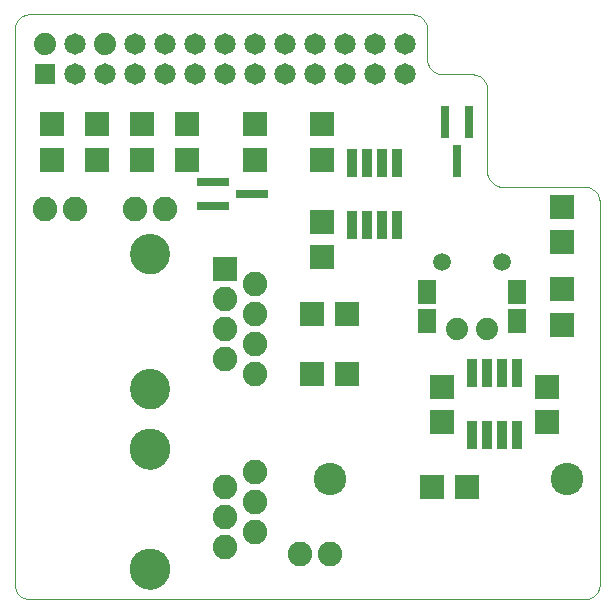
<source format=gbs>
G75*
G70*
%OFA0B0*%
%FSLAX24Y24*%
%IPPOS*%
%LPD*%
%AMOC8*
5,1,8,0,0,1.08239X$1,22.5*
%
%ADD10C,0.0000*%
%ADD11R,0.0714X0.0714*%
%ADD12C,0.0740*%
%ADD13C,0.0714*%
%ADD14R,0.0320X0.0950*%
%ADD15R,0.0789X0.0790*%
%ADD16R,0.0790X0.0789*%
%ADD17C,0.1080*%
%ADD18R,0.0300X0.1100*%
%ADD19R,0.0631X0.0789*%
%ADD20C,0.0820*%
%ADD21R,0.0820X0.0820*%
%ADD22C,0.1340*%
%ADD23C,0.1360*%
%ADD24R,0.1100X0.0300*%
%ADD25C,0.0596*%
D10*
X002680Y002680D02*
X021180Y002680D01*
X021224Y002682D01*
X021267Y002688D01*
X021309Y002697D01*
X021351Y002710D01*
X021391Y002727D01*
X021430Y002747D01*
X021467Y002770D01*
X021501Y002797D01*
X021534Y002826D01*
X021563Y002859D01*
X021590Y002893D01*
X021613Y002930D01*
X021633Y002969D01*
X021650Y003009D01*
X021663Y003051D01*
X021672Y003093D01*
X021678Y003136D01*
X021680Y003180D01*
X021680Y015930D01*
X021678Y015974D01*
X021672Y016017D01*
X021663Y016059D01*
X021650Y016101D01*
X021633Y016141D01*
X021613Y016180D01*
X021590Y016217D01*
X021563Y016251D01*
X021534Y016284D01*
X021501Y016313D01*
X021467Y016340D01*
X021430Y016363D01*
X021391Y016383D01*
X021351Y016400D01*
X021309Y016413D01*
X021267Y016422D01*
X021224Y016428D01*
X021180Y016430D01*
X018430Y016430D01*
X018386Y016432D01*
X018343Y016438D01*
X018301Y016447D01*
X018259Y016460D01*
X018219Y016477D01*
X018180Y016497D01*
X018143Y016520D01*
X018109Y016547D01*
X018076Y016576D01*
X018047Y016609D01*
X018020Y016643D01*
X017997Y016680D01*
X017977Y016719D01*
X017960Y016759D01*
X017947Y016801D01*
X017938Y016843D01*
X017932Y016886D01*
X017930Y016930D01*
X017930Y019680D01*
X017928Y019724D01*
X017922Y019767D01*
X017913Y019809D01*
X017900Y019851D01*
X017883Y019891D01*
X017863Y019930D01*
X017840Y019967D01*
X017813Y020001D01*
X017784Y020034D01*
X017751Y020063D01*
X017717Y020090D01*
X017680Y020113D01*
X017641Y020133D01*
X017601Y020150D01*
X017559Y020163D01*
X017517Y020172D01*
X017474Y020178D01*
X017430Y020180D01*
X016430Y020180D01*
X016386Y020182D01*
X016343Y020188D01*
X016301Y020197D01*
X016259Y020210D01*
X016219Y020227D01*
X016180Y020247D01*
X016143Y020270D01*
X016109Y020297D01*
X016076Y020326D01*
X016047Y020359D01*
X016020Y020393D01*
X015997Y020430D01*
X015977Y020469D01*
X015960Y020509D01*
X015947Y020551D01*
X015938Y020593D01*
X015932Y020636D01*
X015930Y020680D01*
X015930Y021680D01*
X015928Y021724D01*
X015922Y021767D01*
X015913Y021809D01*
X015900Y021851D01*
X015883Y021891D01*
X015863Y021930D01*
X015840Y021967D01*
X015813Y022001D01*
X015784Y022034D01*
X015751Y022063D01*
X015717Y022090D01*
X015680Y022113D01*
X015641Y022133D01*
X015601Y022150D01*
X015559Y022163D01*
X015517Y022172D01*
X015474Y022178D01*
X015430Y022180D01*
X002680Y022180D01*
X002636Y022178D01*
X002593Y022172D01*
X002551Y022163D01*
X002509Y022150D01*
X002469Y022133D01*
X002430Y022113D01*
X002393Y022090D01*
X002359Y022063D01*
X002326Y022034D01*
X002297Y022001D01*
X002270Y021967D01*
X002247Y021930D01*
X002227Y021891D01*
X002210Y021851D01*
X002197Y021809D01*
X002188Y021767D01*
X002182Y021724D01*
X002180Y021680D01*
X002180Y003180D01*
X002182Y003136D01*
X002188Y003093D01*
X002197Y003051D01*
X002210Y003009D01*
X002227Y002969D01*
X002247Y002930D01*
X002270Y002893D01*
X002297Y002859D01*
X002326Y002826D01*
X002359Y002797D01*
X002393Y002770D01*
X002430Y002747D01*
X002469Y002727D01*
X002509Y002710D01*
X002551Y002697D01*
X002593Y002688D01*
X002636Y002682D01*
X002680Y002680D01*
X006040Y003680D02*
X006042Y003730D01*
X006048Y003780D01*
X006058Y003829D01*
X006071Y003878D01*
X006089Y003925D01*
X006110Y003971D01*
X006134Y004014D01*
X006162Y004056D01*
X006193Y004096D01*
X006227Y004133D01*
X006264Y004167D01*
X006304Y004198D01*
X006346Y004226D01*
X006389Y004250D01*
X006435Y004271D01*
X006482Y004289D01*
X006531Y004302D01*
X006580Y004312D01*
X006630Y004318D01*
X006680Y004320D01*
X006730Y004318D01*
X006780Y004312D01*
X006829Y004302D01*
X006878Y004289D01*
X006925Y004271D01*
X006971Y004250D01*
X007014Y004226D01*
X007056Y004198D01*
X007096Y004167D01*
X007133Y004133D01*
X007167Y004096D01*
X007198Y004056D01*
X007226Y004014D01*
X007250Y003971D01*
X007271Y003925D01*
X007289Y003878D01*
X007302Y003829D01*
X007312Y003780D01*
X007318Y003730D01*
X007320Y003680D01*
X007318Y003630D01*
X007312Y003580D01*
X007302Y003531D01*
X007289Y003482D01*
X007271Y003435D01*
X007250Y003389D01*
X007226Y003346D01*
X007198Y003304D01*
X007167Y003264D01*
X007133Y003227D01*
X007096Y003193D01*
X007056Y003162D01*
X007014Y003134D01*
X006971Y003110D01*
X006925Y003089D01*
X006878Y003071D01*
X006829Y003058D01*
X006780Y003048D01*
X006730Y003042D01*
X006680Y003040D01*
X006630Y003042D01*
X006580Y003048D01*
X006531Y003058D01*
X006482Y003071D01*
X006435Y003089D01*
X006389Y003110D01*
X006346Y003134D01*
X006304Y003162D01*
X006264Y003193D01*
X006227Y003227D01*
X006193Y003264D01*
X006162Y003304D01*
X006134Y003346D01*
X006110Y003389D01*
X006089Y003435D01*
X006071Y003482D01*
X006058Y003531D01*
X006048Y003580D01*
X006042Y003630D01*
X006040Y003680D01*
X006040Y007680D02*
X006042Y007730D01*
X006048Y007780D01*
X006058Y007829D01*
X006071Y007878D01*
X006089Y007925D01*
X006110Y007971D01*
X006134Y008014D01*
X006162Y008056D01*
X006193Y008096D01*
X006227Y008133D01*
X006264Y008167D01*
X006304Y008198D01*
X006346Y008226D01*
X006389Y008250D01*
X006435Y008271D01*
X006482Y008289D01*
X006531Y008302D01*
X006580Y008312D01*
X006630Y008318D01*
X006680Y008320D01*
X006730Y008318D01*
X006780Y008312D01*
X006829Y008302D01*
X006878Y008289D01*
X006925Y008271D01*
X006971Y008250D01*
X007014Y008226D01*
X007056Y008198D01*
X007096Y008167D01*
X007133Y008133D01*
X007167Y008096D01*
X007198Y008056D01*
X007226Y008014D01*
X007250Y007971D01*
X007271Y007925D01*
X007289Y007878D01*
X007302Y007829D01*
X007312Y007780D01*
X007318Y007730D01*
X007320Y007680D01*
X007318Y007630D01*
X007312Y007580D01*
X007302Y007531D01*
X007289Y007482D01*
X007271Y007435D01*
X007250Y007389D01*
X007226Y007346D01*
X007198Y007304D01*
X007167Y007264D01*
X007133Y007227D01*
X007096Y007193D01*
X007056Y007162D01*
X007014Y007134D01*
X006971Y007110D01*
X006925Y007089D01*
X006878Y007071D01*
X006829Y007058D01*
X006780Y007048D01*
X006730Y007042D01*
X006680Y007040D01*
X006630Y007042D01*
X006580Y007048D01*
X006531Y007058D01*
X006482Y007071D01*
X006435Y007089D01*
X006389Y007110D01*
X006346Y007134D01*
X006304Y007162D01*
X006264Y007193D01*
X006227Y007227D01*
X006193Y007264D01*
X006162Y007304D01*
X006134Y007346D01*
X006110Y007389D01*
X006089Y007435D01*
X006071Y007482D01*
X006058Y007531D01*
X006048Y007580D01*
X006042Y007630D01*
X006040Y007680D01*
X006050Y009680D02*
X006052Y009730D01*
X006058Y009780D01*
X006068Y009829D01*
X006082Y009877D01*
X006099Y009924D01*
X006120Y009969D01*
X006145Y010013D01*
X006173Y010054D01*
X006205Y010093D01*
X006239Y010130D01*
X006276Y010164D01*
X006316Y010194D01*
X006358Y010221D01*
X006402Y010245D01*
X006448Y010266D01*
X006495Y010282D01*
X006543Y010295D01*
X006593Y010304D01*
X006642Y010309D01*
X006693Y010310D01*
X006743Y010307D01*
X006792Y010300D01*
X006841Y010289D01*
X006889Y010274D01*
X006935Y010256D01*
X006980Y010234D01*
X007023Y010208D01*
X007064Y010179D01*
X007103Y010147D01*
X007139Y010112D01*
X007171Y010074D01*
X007201Y010034D01*
X007228Y009991D01*
X007251Y009947D01*
X007270Y009901D01*
X007286Y009853D01*
X007298Y009804D01*
X007306Y009755D01*
X007310Y009705D01*
X007310Y009655D01*
X007306Y009605D01*
X007298Y009556D01*
X007286Y009507D01*
X007270Y009459D01*
X007251Y009413D01*
X007228Y009369D01*
X007201Y009326D01*
X007171Y009286D01*
X007139Y009248D01*
X007103Y009213D01*
X007064Y009181D01*
X007023Y009152D01*
X006980Y009126D01*
X006935Y009104D01*
X006889Y009086D01*
X006841Y009071D01*
X006792Y009060D01*
X006743Y009053D01*
X006693Y009050D01*
X006642Y009051D01*
X006593Y009056D01*
X006543Y009065D01*
X006495Y009078D01*
X006448Y009094D01*
X006402Y009115D01*
X006358Y009139D01*
X006316Y009166D01*
X006276Y009196D01*
X006239Y009230D01*
X006205Y009267D01*
X006173Y009306D01*
X006145Y009347D01*
X006120Y009391D01*
X006099Y009436D01*
X006082Y009483D01*
X006068Y009531D01*
X006058Y009580D01*
X006052Y009630D01*
X006050Y009680D01*
X006050Y014180D02*
X006052Y014230D01*
X006058Y014280D01*
X006068Y014329D01*
X006082Y014377D01*
X006099Y014424D01*
X006120Y014469D01*
X006145Y014513D01*
X006173Y014554D01*
X006205Y014593D01*
X006239Y014630D01*
X006276Y014664D01*
X006316Y014694D01*
X006358Y014721D01*
X006402Y014745D01*
X006448Y014766D01*
X006495Y014782D01*
X006543Y014795D01*
X006593Y014804D01*
X006642Y014809D01*
X006693Y014810D01*
X006743Y014807D01*
X006792Y014800D01*
X006841Y014789D01*
X006889Y014774D01*
X006935Y014756D01*
X006980Y014734D01*
X007023Y014708D01*
X007064Y014679D01*
X007103Y014647D01*
X007139Y014612D01*
X007171Y014574D01*
X007201Y014534D01*
X007228Y014491D01*
X007251Y014447D01*
X007270Y014401D01*
X007286Y014353D01*
X007298Y014304D01*
X007306Y014255D01*
X007310Y014205D01*
X007310Y014155D01*
X007306Y014105D01*
X007298Y014056D01*
X007286Y014007D01*
X007270Y013959D01*
X007251Y013913D01*
X007228Y013869D01*
X007201Y013826D01*
X007171Y013786D01*
X007139Y013748D01*
X007103Y013713D01*
X007064Y013681D01*
X007023Y013652D01*
X006980Y013626D01*
X006935Y013604D01*
X006889Y013586D01*
X006841Y013571D01*
X006792Y013560D01*
X006743Y013553D01*
X006693Y013550D01*
X006642Y013551D01*
X006593Y013556D01*
X006543Y013565D01*
X006495Y013578D01*
X006448Y013594D01*
X006402Y013615D01*
X006358Y013639D01*
X006316Y013666D01*
X006276Y013696D01*
X006239Y013730D01*
X006205Y013767D01*
X006173Y013806D01*
X006145Y013847D01*
X006120Y013891D01*
X006099Y013936D01*
X006082Y013983D01*
X006068Y014031D01*
X006058Y014080D01*
X006052Y014130D01*
X006050Y014180D01*
D11*
X003180Y020180D03*
D12*
X003180Y021180D03*
X005180Y021180D03*
X016930Y011680D03*
X017930Y011680D03*
D13*
X015180Y020180D03*
X015180Y021180D03*
X014180Y021180D03*
X014180Y020180D03*
X013180Y020180D03*
X013180Y021180D03*
X012180Y021180D03*
X012180Y020180D03*
X011180Y020180D03*
X011180Y021180D03*
X010180Y021180D03*
X010180Y020180D03*
X009180Y020180D03*
X009180Y021180D03*
X008180Y021180D03*
X008180Y020180D03*
X007180Y020180D03*
X007180Y021180D03*
X006180Y021180D03*
X006180Y020180D03*
X005180Y020180D03*
X004180Y020180D03*
X004180Y021180D03*
D14*
X013430Y017210D03*
X013930Y017210D03*
X014430Y017210D03*
X014930Y017210D03*
X014930Y015150D03*
X014430Y015150D03*
X013930Y015150D03*
X013430Y015150D03*
X017430Y010210D03*
X017930Y010210D03*
X018430Y010210D03*
X018930Y010210D03*
X018930Y008150D03*
X018430Y008150D03*
X017930Y008150D03*
X017430Y008150D03*
D15*
X017270Y006430D03*
X016090Y006430D03*
X013270Y010180D03*
X012090Y010180D03*
X012090Y012180D03*
X013270Y012180D03*
D16*
X012430Y014090D03*
X012430Y015270D03*
X012430Y017340D03*
X012430Y018520D03*
X010180Y018520D03*
X010180Y017340D03*
X007930Y017340D03*
X007930Y018520D03*
X006430Y018520D03*
X006430Y017340D03*
X004930Y017340D03*
X004930Y018520D03*
X003430Y018520D03*
X003430Y017340D03*
X016430Y009770D03*
X016430Y008590D03*
X019930Y008590D03*
X019930Y009770D03*
X020430Y011840D03*
X020430Y013020D03*
X020430Y014590D03*
X020430Y015770D03*
D17*
X020580Y006680D03*
X012706Y006680D03*
D18*
X016930Y017280D03*
X016530Y018580D03*
X017330Y018580D03*
D19*
X015930Y012912D03*
X015930Y011948D03*
X018930Y011948D03*
X018930Y012912D03*
D20*
X010180Y013180D03*
X010180Y012180D03*
X009180Y011680D03*
X009180Y010680D03*
X010180Y010180D03*
X010180Y011180D03*
X009180Y012680D03*
X007180Y015680D03*
X006180Y015680D03*
X004180Y015680D03*
X003180Y015680D03*
X010180Y006930D03*
X010180Y005930D03*
X010180Y004930D03*
X009180Y004430D03*
X009180Y005430D03*
X009180Y006430D03*
X011680Y004180D03*
X012680Y004180D03*
D21*
X009180Y013680D03*
D22*
X006680Y014180D03*
X006680Y009680D03*
D23*
X006680Y007680D03*
X006680Y003680D03*
D24*
X008780Y015780D03*
X008780Y016580D03*
X010080Y016180D03*
D25*
X016430Y013930D03*
X018430Y013930D03*
M02*

</source>
